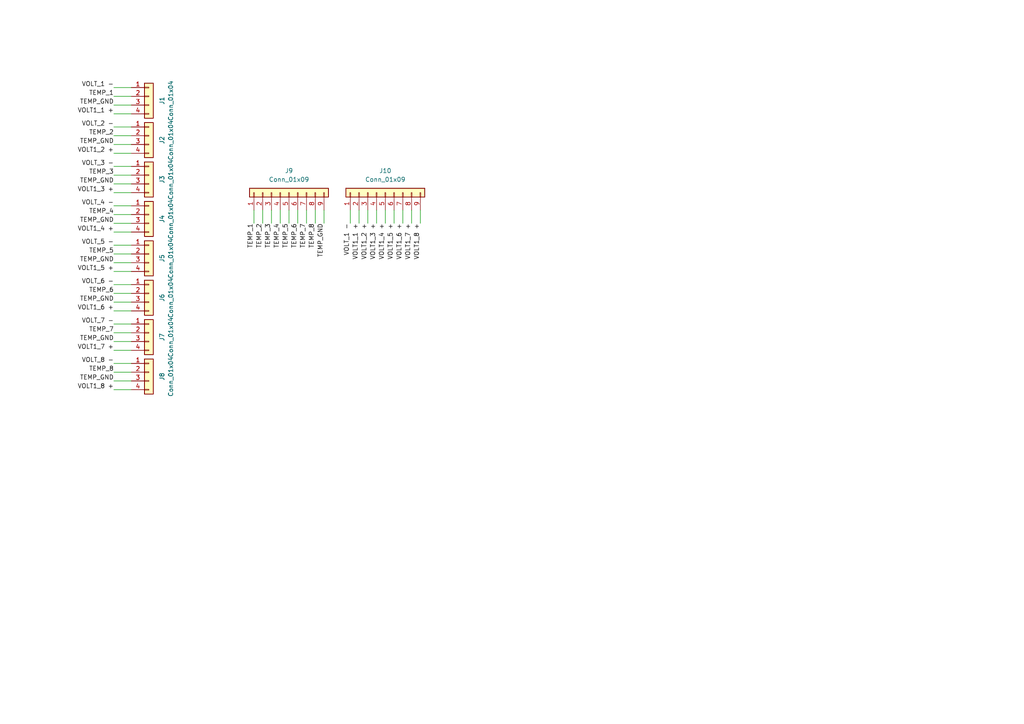
<source format=kicad_sch>
(kicad_sch (version 20231120) (generator "eeschema") (generator_version "8.0")
  (paper "A4")
  (lib_symbols
    (symbol "Connector_Generic:Conn_01x04" (pin_names (offset 1.016) hide)
      (property "Reference" "J" (at 0 5.08 0))
      (property "Value" "Conn_01x04" (at 0 -7.62 0))
      (symbol "Conn_01x04_1_1"
        (rectangle (start -1.27 -4.953) (end 0 -5.207) (stroke (width 0.1524)))
        (rectangle (start -1.27 -2.413) (end 0 -2.667) (stroke (width 0.1524)))
        (rectangle (start -1.27 0.127) (end 0 -0.127) (stroke (width 0.1524)))
        (rectangle (start -1.27 2.667) (end 0 2.413) (stroke (width 0.1524)))
        (rectangle (start -1.27 3.81) (end 1.27 -6.35) (stroke (width 0.254)) (fill (type background)))
        (pin passive line (at -5.08 2.54 0) (length 3.81) (name "Pin_1") (number "1"))
        (pin passive line (at -5.08 0 0) (length 3.81) (name "Pin_2") (number "2"))
        (pin passive line (at -5.08 -2.54 0) (length 3.81) (name "Pin_3") (number "3"))
        (pin passive line (at -5.08 -5.08 0) (length 3.81) (name "Pin_4") (number "4"))
      )
    )
    (symbol "Connector_Generic:Conn_01x09" (pin_names (offset 1.016) hide)
      (property "Reference" "J" (at 0 12.7 0))
      (property "Value" "Conn_01x09" (at 0 -12.7 0))
      (symbol "Conn_01x09_1_1"
        (rectangle (start -1.27 -10.033) (end 0 -10.287) (stroke (width 0.1524)))
        (rectangle (start -1.27 -7.493) (end 0 -7.747) (stroke (width 0.1524)))
        (rectangle (start -1.27 -4.953) (end 0 -5.207) (stroke (width 0.1524)))
        (rectangle (start -1.27 -2.413) (end 0 -2.667) (stroke (width 0.1524)))
        (rectangle (start -1.27 0.127) (end 0 -0.127) (stroke (width 0.1524)))
        (rectangle (start -1.27 2.667) (end 0 2.413) (stroke (width 0.1524)))
        (rectangle (start -1.27 5.207) (end 0 4.953) (stroke (width 0.1524)))
        (rectangle (start -1.27 7.747) (end 0 7.493) (stroke (width 0.1524)))
        (rectangle (start -1.27 10.287) (end 0 10.033) (stroke (width 0.1524)))
        (rectangle (start -1.27 11.43) (end 1.27 -11.43) (stroke (width 0.254)) (fill (type background)))
        (pin passive line (at -5.08 10.16 0) (length 3.81) (name "Pin_1") (number "1"))
        (pin passive line (at -5.08 7.62 0) (length 3.81) (name "Pin_2") (number "2"))
        (pin passive line (at -5.08 5.08 0) (length 3.81) (name "Pin_3") (number "3"))
        (pin passive line (at -5.08 2.54 0) (length 3.81) (name "Pin_4") (number "4"))
        (pin passive line (at -5.08 0 0) (length 3.81) (name "Pin_5") (number "5"))
        (pin passive line (at -5.08 -2.54 0) (length 3.81) (name "Pin_6") (number "6"))
        (pin passive line (at -5.08 -5.08 0) (length 3.81) (name "Pin_7") (number "7"))
        (pin passive line (at -5.08 -7.62 0) (length 3.81) (name "Pin_8") (number "8"))
        (pin passive line (at -5.08 -10.16 0) (length 3.81) (name "Pin_9") (number "9"))
      )
    )
  )
  (wire (pts (xy 33.02 93.98) (xy 38.1 93.98)))
  (wire (pts (xy 33.02 59.69) (xy 38.1 59.69)))
  (wire (pts (xy 116.84 60.96) (xy 116.84 64.77)))
  (wire (pts (xy 33.02 30.48) (xy 38.1 30.48)))
  (wire (pts (xy 33.02 64.77) (xy 38.1 64.77)))
  (wire (pts (xy 33.02 53.34) (xy 38.1 53.34)))
  (wire (pts (xy 33.02 96.52) (xy 38.1 96.52)))
  (wire (pts (xy 33.02 76.2) (xy 38.1 76.2)))
  (wire (pts (xy 88.9 60.96) (xy 88.9 64.77)))
  (wire (pts (xy 33.02 62.23) (xy 38.1 62.23)))
  (wire (pts (xy 91.44 60.96) (xy 91.44 64.77)))
  (wire (pts (xy 111.76 60.96) (xy 111.76 64.77)))
  (wire (pts (xy 33.02 107.95) (xy 38.1 107.95)))
  (wire (pts (xy 33.02 99.06) (xy 38.1 99.06)))
  (wire (pts (xy 78.74 60.96) (xy 78.74 64.77)))
  (wire (pts (xy 33.02 48.26) (xy 38.1 48.26)))
  (wire (pts (xy 33.02 67.31) (xy 38.1 67.31)))
  (wire (pts (xy 81.28 60.96) (xy 81.28 64.77)))
  (wire (pts (xy 121.92 60.96) (xy 121.92 64.77)))
  (wire (pts (xy 33.02 25.4) (xy 38.1 25.4)))
  (wire (pts (xy 33.02 50.8) (xy 38.1 50.8)))
  (wire (pts (xy 33.02 33.02) (xy 38.1 33.02)))
  (wire (pts (xy 33.02 39.37) (xy 38.1 39.37)))
  (wire (pts (xy 33.02 101.6) (xy 38.1 101.6)))
  (wire (pts (xy 33.02 85.09) (xy 38.1 85.09)))
  (wire (pts (xy 33.02 73.66) (xy 38.1 73.66)))
  (wire (pts (xy 33.02 27.94) (xy 38.1 27.94)))
  (wire (pts (xy 33.02 55.88) (xy 38.1 55.88)))
  (wire (pts (xy 83.82 60.96) (xy 83.82 64.77)))
  (wire (pts (xy 33.02 78.74) (xy 38.1 78.74)))
  (wire (pts (xy 33.02 41.91) (xy 38.1 41.91)))
  (wire (pts (xy 33.02 113.03) (xy 38.1 113.03)))
  (wire (pts (xy 93.98 60.96) (xy 93.98 64.77)))
  (wire (pts (xy 106.68 60.96) (xy 106.68 64.77)))
  (wire (pts (xy 114.3 60.96) (xy 114.3 64.77)))
  (wire (pts (xy 86.36 60.96) (xy 86.36 64.77)))
  (wire (pts (xy 33.02 87.63) (xy 38.1 87.63)))
  (wire (pts (xy 76.2 60.96) (xy 76.2 64.77)))
  (wire (pts (xy 33.02 71.12) (xy 38.1 71.12)))
  (wire (pts (xy 104.14 60.96) (xy 104.14 64.77)))
  (wire (pts (xy 109.22 60.96) (xy 109.22 64.77)))
  (wire (pts (xy 33.02 90.17) (xy 38.1 90.17)))
  (wire (pts (xy 33.02 36.83) (xy 38.1 36.83)))
  (wire (pts (xy 33.02 82.55) (xy 38.1 82.55)))
  (wire (pts (xy 73.66 60.96) (xy 73.66 64.77)))
  (wire (pts (xy 119.38 60.96) (xy 119.38 64.77)))
  (wire (pts (xy 33.02 44.45) (xy 38.1 44.45)))
  (wire (pts (xy 33.02 105.41) (xy 38.1 105.41)))
  (wire (pts (xy 101.6 60.96) (xy 101.6 64.77)))
  (wire (pts (xy 33.02 110.49) (xy 38.1 110.49)))
  (label "VOLT1_7 +" (at 33.02 101.6 180))
  (label "TEMP_3" (at 33.02 50.8 180))
  (label "VOLT1_2 +" (at 33.02 44.45 180))
  (label "VOLT_1 -" (at 101.6 64.77 270))
  (label "VOLT1_5 +" (at 114.3 64.77 270))
  (label "VOLT1_2 +" (at 106.68 64.77 270))
  (label "VOLT1_6 +" (at 33.02 90.17 180))
  (label "VOLT1_3 +" (at 109.22 64.77 270))
  (label "TEMP_GND" (at 33.02 110.49 180))
  (label "TEMP_8" (at 33.02 107.95 180))
  (label "TEMP_7" (at 88.9 64.77 270))
  (label "VOLT_2 -" (at 33.02 36.83 180))
  (label "TEMP_GND" (at 93.98 64.77 270))
  (label "TEMP_5" (at 83.82 64.77 270))
  (label "VOLT1_7 +" (at 119.38 64.77 270))
  (label "VOLT1_8 +" (at 33.02 113.03 180))
  (label "VOLT1_5 +" (at 33.02 78.74 180))
  (label "TEMP_3" (at 78.74 64.77 270))
  (label "VOLT_3 -" (at 33.02 48.26 180))
  (label "VOLT_7 -" (at 33.02 93.98 180))
  (label "TEMP_4" (at 33.02 62.23 180))
  (label "VOLT1_3 +" (at 33.02 55.88 180))
  (label "VOLT1_1 +" (at 33.02 33.02 180))
  (label "VOLT1_4 +" (at 111.76 64.77 270))
  (label "TEMP_GND" (at 33.02 30.48 180))
  (label "TEMP_GND" (at 33.02 64.77 180))
  (label "VOLT1_1 +" (at 104.14 64.77 270))
  (label "TEMP_GND" (at 33.02 87.63 180))
  (label "VOLT_1 -" (at 33.02 25.4 180))
  (label "TEMP_7" (at 33.02 96.52 180))
  (label "TEMP_GND" (at 33.02 41.91 180))
  (label "TEMP_GND" (at 33.02 53.34 180))
  (label "TEMP_6" (at 33.02 85.09 180))
  (label "TEMP_2" (at 76.2 64.77 270))
  (label "VOLT1_4 +" (at 33.02 67.31 180))
  (label "TEMP_8" (at 91.44 64.77 270))
  (label "TEMP_4" (at 81.28 64.77 270))
  (label "TEMP_GND" (at 33.02 76.2 180))
  (label "VOLT1_8 +" (at 121.92 64.77 270))
  (label "VOLT1_6 +" (at 116.84 64.77 270))
  (label "TEMP_6" (at 86.36 64.77 270))
  (label "TEMP_1" (at 33.02 27.94 180))
  (label "VOLT_4 -" (at 33.02 59.69 180))
  (label "TEMP_GND" (at 33.02 99.06 180))
  (label "VOLT_8 -" (at 33.02 105.41 180))
  (label "TEMP_1" (at 73.66 64.77 270))
  (label "VOLT_5 -" (at 33.02 71.12 180))
  (label "TEMP_2" (at 33.02 39.37 180))
  (label "VOLT_6 -" (at 33.02 82.55 180))
  (label "TEMP_5" (at 33.02 73.66 180))
  (symbol (lib_id "Connector_Generic:Conn_01x04") (at 43.18 39.37 0) (unit 1)
    (property "Reference" "J2" (at 46.99 40.64 90))
    (property "Value" "Conn_01x04" (at 49.53 40.64 90))
    (property "Footprint" "footprints:CONN_S4B-PH-K-S_JST" (effects (hide yes)))
    (property "Description" "Generic connector, single row, 01x04, script generated (kicad-library-utils/schlib/autogen/connector/)" (effects (hide yes)))
  )
  (symbol (lib_id "Connector_Generic:Conn_01x04") (at 43.18 27.94 0) (unit 1)
    (property "Reference" "J1" (at 46.99 29.21 90))
    (property "Value" "Conn_01x04" (at 49.53 29.21 90))
    (property "Footprint" "footprints:CONN_S4B-PH-K-S_JST" (effects (hide yes)))
    (property "Description" "Generic connector, single row, 01x04, script generated (kicad-library-utils/schlib/autogen/connector/)" (effects (hide yes)))
  )
  (symbol (lib_id "Connector_Generic:Conn_01x04") (at 43.18 62.23 0) (unit 1)
    (property "Reference" "J4" (at 46.99 63.5 90))
    (property "Value" "Conn_01x04" (at 49.53 63.5 90))
    (property "Footprint" "footprints:CONN_S4B-PH-K-S_JST" (effects (hide yes)))
    (property "Description" "Generic connector, single row, 01x04, script generated (kicad-library-utils/schlib/autogen/connector/)" (effects (hide yes)))
  )
  (symbol (lib_id "Connector_Generic:Conn_01x04") (at 43.18 107.95 0) (unit 1)
    (property "Reference" "J8" (at 46.99 109.22 90))
    (property "Value" "Conn_01x04" (at 49.53 109.22 90))
    (property "Footprint" "footprints:CONN_S4B-PH-K-S_JST" (effects (hide yes)))
    (property "Description" "Generic connector, single row, 01x04, script generated (kicad-library-utils/schlib/autogen/connector/)" (effects (hide yes)))
  )
  (symbol (lib_id "Connector_Generic:Conn_01x04") (at 43.18 50.8 0) (unit 1)
    (property "Reference" "J3" (at 46.99 52.07 90))
    (property "Value" "Conn_01x04" (at 49.53 52.07 90))
    (property "Footprint" "footprints:CONN_S4B-PH-K-S_JST" (effects (hide yes)))
    (property "Description" "Generic connector, single row, 01x04, script generated (kicad-library-utils/schlib/autogen/connector/)" (effects (hide yes)))
  )
  (symbol (lib_id "Connector_Generic:Conn_01x04") (at 43.18 96.52 0) (unit 1)
    (property "Reference" "J7" (at 46.99 97.79 90))
    (property "Value" "Conn_01x04" (at 49.53 97.79 90))
    (property "Footprint" "footprints:CONN_S4B-PH-K-S_JST" (effects (hide yes)))
    (property "Description" "Generic connector, single row, 01x04, script generated (kicad-library-utils/schlib/autogen/connector/)" (effects (hide yes)))
  )
  (symbol (lib_id "Connector_Generic:Conn_01x04") (at 43.18 73.66 0) (unit 1)
    (property "Reference" "J5" (at 46.99 74.93 90))
    (property "Value" "Conn_01x04" (at 49.53 74.93 90))
    (property "Footprint" "footprints:CONN_S4B-PH-K-S_JST" (effects (hide yes)))
    (property "Description" "Generic connector, single row, 01x04, script generated (kicad-library-utils/schlib/autogen/connector/)" (effects (hide yes)))
  )
  (symbol (lib_id "Connector_Generic:Conn_01x09") (at 83.82 55.88 90) (unit 1)
    (property "Reference" "J9" (at 83.82 49.53 90))
    (property "Value" "Conn_01x09" (at 83.82 52.07 90))
    (property "Footprint" "footprints:CON_436500915_MOL" (effects (hide yes)))
    (property "Description" "Generic connector, single row, 01x09, script generated (kicad-library-utils/schlib/autogen/connector/)" (effects (hide yes)))
  )
  (symbol (lib_id "Connector_Generic:Conn_01x09") (at 111.76 55.88 90) (unit 1)
    (property "Reference" "J10" (at 111.76 49.53 90))
    (property "Value" "Conn_01x09" (at 111.76 52.07 90))
    (property "Footprint" "footprints:CON_436500915_MOL" (effects (hide yes)))
    (property "Description" "Generic connector, single row, 01x09, script generated (kicad-library-utils/schlib/autogen/connector/)" (effects (hide yes)))
  )
  (symbol (lib_id "Connector_Generic:Conn_01x04") (at 43.18 85.09 0) (unit 1)
    (property "Reference" "J6" (at 46.99 86.36 90))
    (property "Value" "Conn_01x04" (at 49.53 86.36 90))
    (property "Footprint" "footprints:CONN_S4B-PH-K-S_JST" (effects (hide yes)))
    (property "Description" "Generic connector, single row, 01x04, script generated (kicad-library-utils/schlib/autogen/connector/)" (effects (hide yes)))
  )
)
</source>
